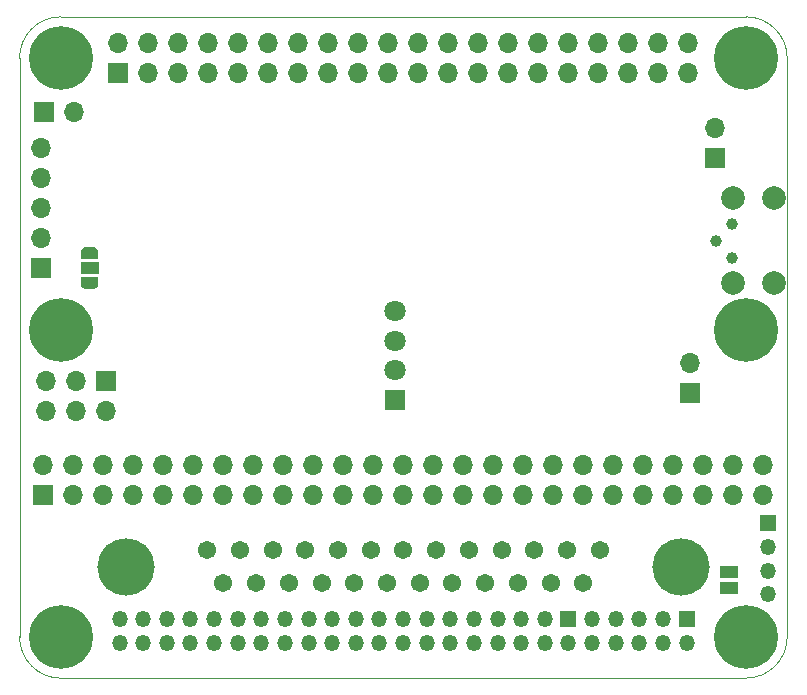
<source format=gbr>
%TF.GenerationSoftware,KiCad,Pcbnew,(5.1.12-1-10_14)*%
%TF.CreationDate,2021-12-05T01:00:45+01:00*%
%TF.ProjectId,rascsi_2p4,72617363-7369-45f3-9270-342e6b696361,rev?*%
%TF.SameCoordinates,Original*%
%TF.FileFunction,Soldermask,Bot*%
%TF.FilePolarity,Negative*%
%FSLAX46Y46*%
G04 Gerber Fmt 4.6, Leading zero omitted, Abs format (unit mm)*
G04 Created by KiCad (PCBNEW (5.1.12-1-10_14)) date 2021-12-05 01:00:45*
%MOMM*%
%LPD*%
G01*
G04 APERTURE LIST*
%TA.AperFunction,Profile*%
%ADD10C,0.050000*%
%TD*%
%ADD11C,1.800000*%
%ADD12R,1.800000X1.800000*%
%ADD13O,1.700000X1.700000*%
%ADD14R,1.700000X1.700000*%
%ADD15C,1.545000*%
%ADD16C,4.845000*%
%ADD17C,2.000000*%
%ADD18C,0.150000*%
%ADD19R,1.500000X1.000000*%
%ADD20O,1.350000X1.350000*%
%ADD21R,1.350000X1.350000*%
%ADD22C,1.000000*%
%ADD23C,0.800000*%
%ADD24C,5.400000*%
G04 APERTURE END LIST*
D10*
X8000000Y-58496000D02*
X66000000Y-58496000D01*
X8000000Y-58496000D02*
G75*
G02*
X4500000Y-54996000I0J3500000D01*
G01*
X69500000Y-54996000D02*
G75*
G02*
X66000000Y-58496000I-3500000J0D01*
G01*
X4500000Y-6000000D02*
X4500000Y-54996000D01*
X69500000Y-6000000D02*
X69500000Y-54996000D01*
X8000000Y-2500000D02*
X66000000Y-2500000D01*
X4500000Y-6000000D02*
G75*
G02*
X8000000Y-2500000I3500000J0D01*
G01*
X66000000Y-2500000D02*
G75*
G02*
X69500000Y-6000000I0J-3500000D01*
G01*
D11*
%TO.C,J20*%
X36309000Y-27420600D03*
X36309000Y-29920600D03*
X36309000Y-32420600D03*
D12*
X36309000Y-34920600D03*
%TD*%
D13*
%TO.C,J3*%
X67426000Y-40454500D03*
X67426000Y-42994500D03*
X64886000Y-40454500D03*
X64886000Y-42994500D03*
X62346000Y-40454500D03*
X62346000Y-42994500D03*
X59806000Y-40454500D03*
X59806000Y-42994500D03*
X57266000Y-40454500D03*
X57266000Y-42994500D03*
X54726000Y-40454500D03*
X54726000Y-42994500D03*
X52186000Y-40454500D03*
X52186000Y-42994500D03*
X49646000Y-40454500D03*
X49646000Y-42994500D03*
X47106000Y-40454500D03*
X47106000Y-42994500D03*
X44566000Y-40454500D03*
X44566000Y-42994500D03*
X42026000Y-40454500D03*
X42026000Y-42994500D03*
X39486000Y-40454500D03*
X39486000Y-42994500D03*
X36946000Y-40454500D03*
X36946000Y-42994500D03*
X34406000Y-40454500D03*
X34406000Y-42994500D03*
X31866000Y-40454500D03*
X31866000Y-42994500D03*
X29326000Y-40454500D03*
X29326000Y-42994500D03*
X26786000Y-40454500D03*
X26786000Y-42994500D03*
X24246000Y-40454500D03*
X24246000Y-42994500D03*
X21706000Y-40454500D03*
X21706000Y-42994500D03*
X19166000Y-40454500D03*
X19166000Y-42994500D03*
X16626000Y-40454500D03*
X16626000Y-42994500D03*
X14086000Y-40454500D03*
X14086000Y-42994500D03*
X11546000Y-40454500D03*
X11546000Y-42994500D03*
X9006000Y-40454500D03*
X9006000Y-42994500D03*
X6466000Y-40454500D03*
D14*
X6466000Y-42994500D03*
%TD*%
D15*
%TO.C,J6*%
X53622000Y-47630000D03*
X50852000Y-47630000D03*
X48082000Y-47630000D03*
X45312000Y-47630000D03*
X42542000Y-47630000D03*
X39772000Y-47630000D03*
X37002000Y-47630000D03*
X34232000Y-47630000D03*
X31462000Y-47630000D03*
X28692000Y-47630000D03*
X25922000Y-47630000D03*
X23152000Y-47630000D03*
X20382000Y-47630000D03*
X52237000Y-50470000D03*
X49467000Y-50470000D03*
X46697000Y-50470000D03*
X43927000Y-50470000D03*
X41157000Y-50470000D03*
X38387000Y-50470000D03*
X35617000Y-50470000D03*
X32847000Y-50470000D03*
X30077000Y-50470000D03*
X27307000Y-50470000D03*
X24537000Y-50470000D03*
X21767000Y-50470000D03*
D16*
X60522000Y-49050000D03*
X13482000Y-49050000D03*
%TD*%
D17*
%TO.C,J8*%
X64905000Y-25035000D03*
X64905000Y-17885000D03*
X68355000Y-17885000D03*
X68355000Y-25035000D03*
%TD*%
D18*
%TO.C,JP3*%
G36*
X9676000Y-23020000D02*
G01*
X9676000Y-22470000D01*
X9676602Y-22470000D01*
X9676602Y-22445466D01*
X9681412Y-22396635D01*
X9690984Y-22348510D01*
X9705228Y-22301555D01*
X9724005Y-22256222D01*
X9747136Y-22212949D01*
X9774396Y-22172150D01*
X9805524Y-22134221D01*
X9840221Y-22099524D01*
X9878150Y-22068396D01*
X9918949Y-22041136D01*
X9962222Y-22018005D01*
X10007555Y-21999228D01*
X10054510Y-21984984D01*
X10102635Y-21975412D01*
X10151466Y-21970602D01*
X10176000Y-21970602D01*
X10176000Y-21970000D01*
X10676000Y-21970000D01*
X10676000Y-21970602D01*
X10700534Y-21970602D01*
X10749365Y-21975412D01*
X10797490Y-21984984D01*
X10844445Y-21999228D01*
X10889778Y-22018005D01*
X10933051Y-22041136D01*
X10973850Y-22068396D01*
X11011779Y-22099524D01*
X11046476Y-22134221D01*
X11077604Y-22172150D01*
X11104864Y-22212949D01*
X11127995Y-22256222D01*
X11146772Y-22301555D01*
X11161016Y-22348510D01*
X11170588Y-22396635D01*
X11175398Y-22445466D01*
X11175398Y-22470000D01*
X11176000Y-22470000D01*
X11176000Y-23020000D01*
X9676000Y-23020000D01*
G37*
D19*
X10426000Y-23770000D03*
D18*
G36*
X11175398Y-25070000D02*
G01*
X11175398Y-25094534D01*
X11170588Y-25143365D01*
X11161016Y-25191490D01*
X11146772Y-25238445D01*
X11127995Y-25283778D01*
X11104864Y-25327051D01*
X11077604Y-25367850D01*
X11046476Y-25405779D01*
X11011779Y-25440476D01*
X10973850Y-25471604D01*
X10933051Y-25498864D01*
X10889778Y-25521995D01*
X10844445Y-25540772D01*
X10797490Y-25555016D01*
X10749365Y-25564588D01*
X10700534Y-25569398D01*
X10676000Y-25569398D01*
X10676000Y-25570000D01*
X10176000Y-25570000D01*
X10176000Y-25569398D01*
X10151466Y-25569398D01*
X10102635Y-25564588D01*
X10054510Y-25555016D01*
X10007555Y-25540772D01*
X9962222Y-25521995D01*
X9918949Y-25498864D01*
X9878150Y-25471604D01*
X9840221Y-25440476D01*
X9805524Y-25405779D01*
X9774396Y-25367850D01*
X9747136Y-25327051D01*
X9724005Y-25283778D01*
X9705228Y-25238445D01*
X9690984Y-25191490D01*
X9681412Y-25143365D01*
X9676602Y-25094534D01*
X9676602Y-25070000D01*
X9676000Y-25070000D01*
X9676000Y-24520000D01*
X11176000Y-24520000D01*
X11176000Y-25070000D01*
X11175398Y-25070000D01*
G37*
%TD*%
D13*
%TO.C,JP2*%
X61302000Y-31821800D03*
D14*
X61302000Y-34361800D03*
%TD*%
D13*
%TO.C,J1*%
X61130000Y-4730000D03*
X61130000Y-7270000D03*
X58590000Y-4730000D03*
X58590000Y-7270000D03*
X56050000Y-4730000D03*
X56050000Y-7270000D03*
X53510000Y-4730000D03*
X53510000Y-7270000D03*
X50970000Y-4730000D03*
X50970000Y-7270000D03*
X48430000Y-4730000D03*
X48430000Y-7270000D03*
X45890000Y-4730000D03*
X45890000Y-7270000D03*
X43350000Y-4730000D03*
X43350000Y-7270000D03*
X40810000Y-4730000D03*
X40810000Y-7270000D03*
X38270000Y-4730000D03*
X38270000Y-7270000D03*
X35730000Y-4730000D03*
X35730000Y-7270000D03*
X33190000Y-4730000D03*
X33190000Y-7270000D03*
X30650000Y-4730000D03*
X30650000Y-7270000D03*
X28110000Y-4730000D03*
X28110000Y-7270000D03*
X25570000Y-4730000D03*
X25570000Y-7270000D03*
X23030000Y-4730000D03*
X23030000Y-7270000D03*
X20490000Y-4730000D03*
X20490000Y-7270000D03*
X17950000Y-4730000D03*
X17950000Y-7270000D03*
X15410000Y-4730000D03*
X15410000Y-7270000D03*
X12870000Y-4730000D03*
D14*
X12870000Y-7270000D03*
%TD*%
D13*
%TO.C,J5*%
X6730000Y-35840000D03*
X6730000Y-33300000D03*
X9270000Y-35840000D03*
X9270000Y-33300000D03*
X11810000Y-35840000D03*
D14*
X11810000Y-33300000D03*
%TD*%
D20*
%TO.C,J9*%
X12972000Y-55488000D03*
X12972000Y-53488000D03*
X14972000Y-55488000D03*
X14972000Y-53488000D03*
X16972000Y-55488000D03*
X16972000Y-53488000D03*
X18972000Y-55488000D03*
X18972000Y-53488000D03*
X20972000Y-55488000D03*
X20972000Y-53488000D03*
X22972000Y-55488000D03*
X22972000Y-53488000D03*
X24972000Y-55488000D03*
X24972000Y-53488000D03*
X26972000Y-55488000D03*
X26972000Y-53488000D03*
X28972000Y-55488000D03*
X28972000Y-53488000D03*
X30972000Y-55488000D03*
X30972000Y-53488000D03*
X32972000Y-55488000D03*
X32972000Y-53488000D03*
X34972000Y-55488000D03*
X34972000Y-53488000D03*
X36972000Y-55488000D03*
X36972000Y-53488000D03*
X38972000Y-55488000D03*
X38972000Y-53488000D03*
X40972000Y-55488000D03*
X40972000Y-53488000D03*
X42972000Y-55488000D03*
X42972000Y-53488000D03*
X44972000Y-55488000D03*
X44972000Y-53488000D03*
X46972000Y-55488000D03*
X46972000Y-53488000D03*
X48972000Y-55488000D03*
X48972000Y-53488000D03*
X50972000Y-55488000D03*
D21*
X50972000Y-53488000D03*
D20*
X52972000Y-55488000D03*
X52972000Y-53488000D03*
X54972000Y-55488000D03*
X54972000Y-53488000D03*
X56972000Y-55488000D03*
X56972000Y-53488000D03*
X58972000Y-55488000D03*
X58972000Y-53488000D03*
X60972000Y-55488000D03*
D21*
X60972000Y-53488000D03*
%TD*%
D20*
%TO.C,J10*%
X67830000Y-51392000D03*
X67830000Y-49392000D03*
X67830000Y-47392000D03*
D21*
X67830000Y-45392000D03*
%TD*%
D19*
%TO.C,JP1*%
X64528000Y-49536000D03*
X64528000Y-50836000D03*
%TD*%
D22*
%TO.C,TP1*%
X64850000Y-20050000D03*
%TD*%
%TO.C,TP2*%
X63460000Y-21460000D03*
%TD*%
%TO.C,TP3*%
X64850000Y-22910000D03*
%TD*%
D13*
%TO.C,J2*%
X63426000Y-11943000D03*
D14*
X63426000Y-14483000D03*
%TD*%
D13*
%TO.C,J7*%
X9120000Y-10520000D03*
D14*
X6580000Y-10520000D03*
%TD*%
D23*
%TO.C,H2*%
X67431891Y-4568109D03*
X66000000Y-3975000D03*
X64568109Y-4568109D03*
X63975000Y-6000000D03*
X64568109Y-7431891D03*
X66000000Y-8025000D03*
X67431891Y-7431891D03*
X68025000Y-6000000D03*
D24*
X66000000Y-6000000D03*
%TD*%
D23*
%TO.C,H1*%
X9431891Y-4568109D03*
X8000000Y-3975000D03*
X6568109Y-4568109D03*
X5975000Y-6000000D03*
X6568109Y-7431891D03*
X8000000Y-8025000D03*
X9431891Y-7431891D03*
X10025000Y-6000000D03*
D24*
X8000000Y-6000000D03*
%TD*%
D13*
%TO.C,J4*%
X6286000Y-13610000D03*
X6286000Y-16150000D03*
X6286000Y-18690000D03*
X6286000Y-21230000D03*
D14*
X6286000Y-23770000D03*
%TD*%
D23*
%TO.C,H6*%
X67431891Y-53568109D03*
X66000000Y-52975000D03*
X64568109Y-53568109D03*
X63975000Y-55000000D03*
X64568109Y-56431891D03*
X66000000Y-57025000D03*
X67431891Y-56431891D03*
X68025000Y-55000000D03*
D24*
X66000000Y-55000000D03*
%TD*%
D23*
%TO.C,H5*%
X9431891Y-53568109D03*
X8000000Y-52975000D03*
X6568109Y-53568109D03*
X5975000Y-55000000D03*
X6568109Y-56431891D03*
X8000000Y-57025000D03*
X9431891Y-56431891D03*
X10025000Y-55000000D03*
D24*
X8000000Y-55000000D03*
%TD*%
D23*
%TO.C,H4*%
X67431891Y-27568109D03*
X66000000Y-26975000D03*
X64568109Y-27568109D03*
X63975000Y-29000000D03*
X64568109Y-30431891D03*
X66000000Y-31025000D03*
X67431891Y-30431891D03*
X68025000Y-29000000D03*
D24*
X66000000Y-29000000D03*
%TD*%
D23*
%TO.C,H3*%
X9431891Y-27568109D03*
X8000000Y-26975000D03*
X6568109Y-27568109D03*
X5975000Y-29000000D03*
X6568109Y-30431891D03*
X8000000Y-31025000D03*
X9431891Y-30431891D03*
X10025000Y-29000000D03*
D24*
X8000000Y-29000000D03*
%TD*%
M02*

</source>
